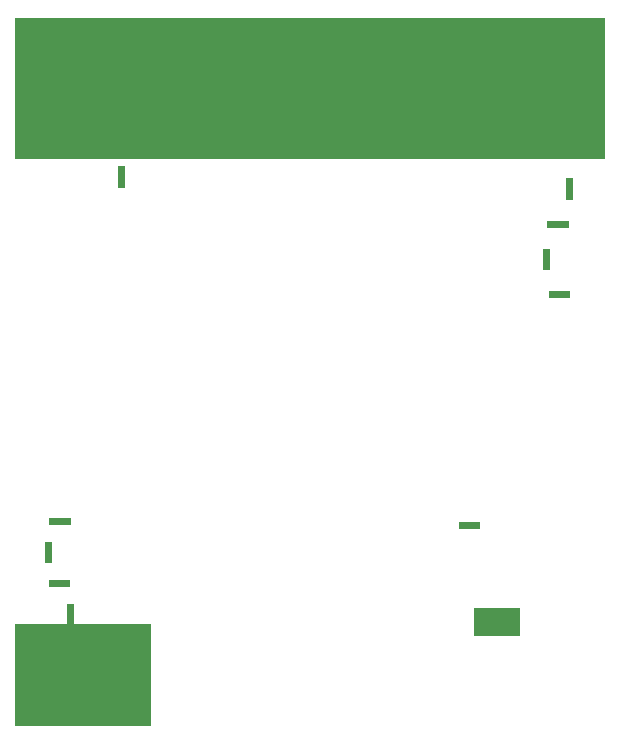
<source format=gbr>
G04*
G04 #@! TF.GenerationSoftware,Altium Limited,Altium Designer,25.8.1 (18)*
G04*
G04 Layer_Color=16711935*
%FSLAX25Y25*%
%MOIN*%
G70*
G04*
G04 #@! TF.SameCoordinates,505960B2-D5C5-487F-9968-D24D6DC54575*
G04*
G04*
G04 #@! TF.FilePolarity,Positive*
G04*
G01*
G75*
%ADD81R,0.45276X0.33858*%
%ADD82R,0.15800X0.09500*%
G36*
X18628Y67116D02*
X11541D01*
Y69479D01*
X18628D01*
Y67116D01*
D02*
G37*
G36*
X155118Y65748D02*
X148031D01*
Y68110D01*
X155118D01*
Y65748D01*
D02*
G37*
G36*
X12348Y54410D02*
X9986D01*
Y61497D01*
X12348D01*
Y54410D01*
D02*
G37*
G36*
X18511Y46472D02*
X11424D01*
Y48835D01*
X18511D01*
Y46472D01*
D02*
G37*
G36*
X19748Y33810D02*
X17386D01*
Y40897D01*
X19748D01*
Y33810D01*
D02*
G37*
G36*
X196850Y188976D02*
X0D01*
Y208661D01*
Y236221D01*
X196850D01*
Y188976D01*
D02*
G37*
G36*
X36614Y179528D02*
X34252D01*
Y186614D01*
X36614D01*
Y179528D01*
D02*
G37*
G36*
X186221Y175591D02*
X183858D01*
Y182677D01*
X186221D01*
Y175591D01*
D02*
G37*
G36*
X184646Y166142D02*
X177559D01*
Y168504D01*
X184646D01*
Y166142D01*
D02*
G37*
G36*
X178347Y151969D02*
X175984D01*
Y159055D01*
X178347D01*
Y151969D01*
D02*
G37*
G36*
X185039Y142618D02*
X177953D01*
Y144981D01*
X185039D01*
Y142618D01*
D02*
G37*
D81*
X22638Y16929D02*
D03*
D82*
X160669Y34767D02*
D03*
M02*

</source>
